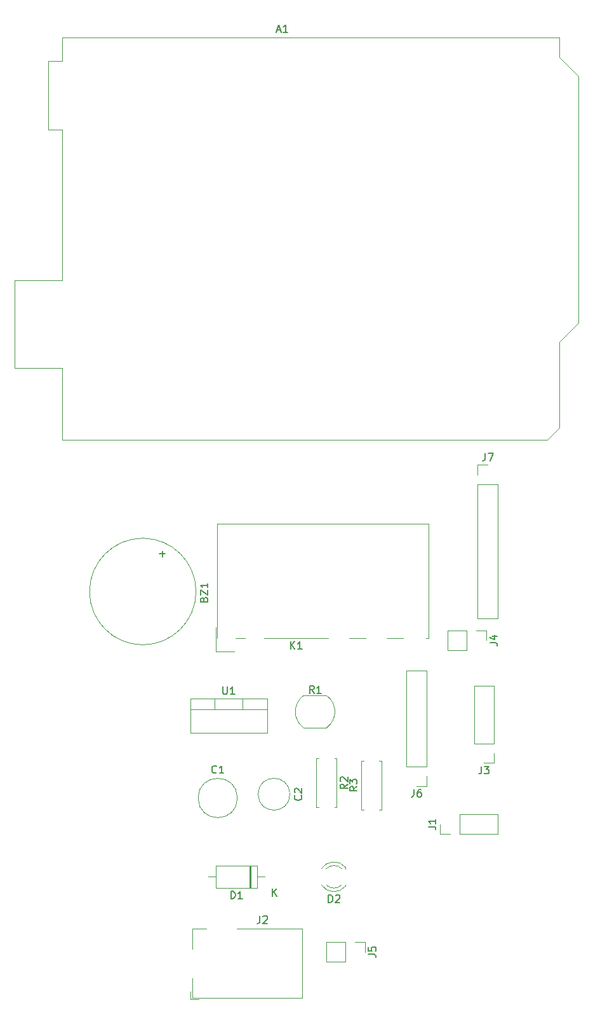
<source format=gbr>
%TF.GenerationSoftware,KiCad,Pcbnew,9.0.0*%
%TF.CreationDate,2025-04-01T10:30:40+05:30*%
%TF.ProjectId,Plant Monitoring System,506c616e-7420-44d6-9f6e-69746f72696e,rev?*%
%TF.SameCoordinates,Original*%
%TF.FileFunction,Legend,Top*%
%TF.FilePolarity,Positive*%
%FSLAX46Y46*%
G04 Gerber Fmt 4.6, Leading zero omitted, Abs format (unit mm)*
G04 Created by KiCad (PCBNEW 9.0.0) date 2025-04-01 10:30:40*
%MOMM*%
%LPD*%
G01*
G04 APERTURE LIST*
%ADD10C,0.150000*%
%ADD11C,0.120000*%
G04 APERTURE END LIST*
D10*
X135784819Y-139166666D02*
X135308628Y-139499999D01*
X135784819Y-139738094D02*
X134784819Y-139738094D01*
X134784819Y-139738094D02*
X134784819Y-139357142D01*
X134784819Y-139357142D02*
X134832438Y-139261904D01*
X134832438Y-139261904D02*
X134880057Y-139214285D01*
X134880057Y-139214285D02*
X134975295Y-139166666D01*
X134975295Y-139166666D02*
X135118152Y-139166666D01*
X135118152Y-139166666D02*
X135213390Y-139214285D01*
X135213390Y-139214285D02*
X135261009Y-139261904D01*
X135261009Y-139261904D02*
X135308628Y-139357142D01*
X135308628Y-139357142D02*
X135308628Y-139738094D01*
X134880057Y-138785713D02*
X134832438Y-138738094D01*
X134832438Y-138738094D02*
X134784819Y-138642856D01*
X134784819Y-138642856D02*
X134784819Y-138404761D01*
X134784819Y-138404761D02*
X134832438Y-138309523D01*
X134832438Y-138309523D02*
X134880057Y-138261904D01*
X134880057Y-138261904D02*
X134975295Y-138214285D01*
X134975295Y-138214285D02*
X135070533Y-138214285D01*
X135070533Y-138214285D02*
X135213390Y-138261904D01*
X135213390Y-138261904D02*
X135784819Y-138833332D01*
X135784819Y-138833332D02*
X135784819Y-138214285D01*
X128164405Y-121154819D02*
X128164405Y-120154819D01*
X128735833Y-121154819D02*
X128307262Y-120583390D01*
X128735833Y-120154819D02*
X128164405Y-120726247D01*
X129688214Y-121154819D02*
X129116786Y-121154819D01*
X129402500Y-121154819D02*
X129402500Y-120154819D01*
X129402500Y-120154819D02*
X129307262Y-120297676D01*
X129307262Y-120297676D02*
X129212024Y-120392914D01*
X129212024Y-120392914D02*
X129116786Y-120440533D01*
X124076666Y-156704819D02*
X124076666Y-157419104D01*
X124076666Y-157419104D02*
X124029047Y-157561961D01*
X124029047Y-157561961D02*
X123933809Y-157657200D01*
X123933809Y-157657200D02*
X123790952Y-157704819D01*
X123790952Y-157704819D02*
X123695714Y-157704819D01*
X124505238Y-156800057D02*
X124552857Y-156752438D01*
X124552857Y-156752438D02*
X124648095Y-156704819D01*
X124648095Y-156704819D02*
X124886190Y-156704819D01*
X124886190Y-156704819D02*
X124981428Y-156752438D01*
X124981428Y-156752438D02*
X125029047Y-156800057D01*
X125029047Y-156800057D02*
X125076666Y-156895295D01*
X125076666Y-156895295D02*
X125076666Y-156990533D01*
X125076666Y-156990533D02*
X125029047Y-157133390D01*
X125029047Y-157133390D02*
X124457619Y-157704819D01*
X124457619Y-157704819D02*
X125076666Y-157704819D01*
X129569580Y-140666666D02*
X129617200Y-140714285D01*
X129617200Y-140714285D02*
X129664819Y-140857142D01*
X129664819Y-140857142D02*
X129664819Y-140952380D01*
X129664819Y-140952380D02*
X129617200Y-141095237D01*
X129617200Y-141095237D02*
X129521961Y-141190475D01*
X129521961Y-141190475D02*
X129426723Y-141238094D01*
X129426723Y-141238094D02*
X129236247Y-141285713D01*
X129236247Y-141285713D02*
X129093390Y-141285713D01*
X129093390Y-141285713D02*
X128902914Y-141238094D01*
X128902914Y-141238094D02*
X128807676Y-141190475D01*
X128807676Y-141190475D02*
X128712438Y-141095237D01*
X128712438Y-141095237D02*
X128664819Y-140952380D01*
X128664819Y-140952380D02*
X128664819Y-140857142D01*
X128664819Y-140857142D02*
X128712438Y-140714285D01*
X128712438Y-140714285D02*
X128760057Y-140666666D01*
X128760057Y-140285713D02*
X128712438Y-140238094D01*
X128712438Y-140238094D02*
X128664819Y-140142856D01*
X128664819Y-140142856D02*
X128664819Y-139904761D01*
X128664819Y-139904761D02*
X128712438Y-139809523D01*
X128712438Y-139809523D02*
X128760057Y-139761904D01*
X128760057Y-139761904D02*
X128855295Y-139714285D01*
X128855295Y-139714285D02*
X128950533Y-139714285D01*
X128950533Y-139714285D02*
X129093390Y-139761904D01*
X129093390Y-139761904D02*
X129664819Y-140333332D01*
X129664819Y-140333332D02*
X129664819Y-139714285D01*
X137044819Y-139476666D02*
X136568628Y-139809999D01*
X137044819Y-140048094D02*
X136044819Y-140048094D01*
X136044819Y-140048094D02*
X136044819Y-139667142D01*
X136044819Y-139667142D02*
X136092438Y-139571904D01*
X136092438Y-139571904D02*
X136140057Y-139524285D01*
X136140057Y-139524285D02*
X136235295Y-139476666D01*
X136235295Y-139476666D02*
X136378152Y-139476666D01*
X136378152Y-139476666D02*
X136473390Y-139524285D01*
X136473390Y-139524285D02*
X136521009Y-139571904D01*
X136521009Y-139571904D02*
X136568628Y-139667142D01*
X136568628Y-139667142D02*
X136568628Y-140048094D01*
X136044819Y-139143332D02*
X136044819Y-138524285D01*
X136044819Y-138524285D02*
X136425771Y-138857618D01*
X136425771Y-138857618D02*
X136425771Y-138714761D01*
X136425771Y-138714761D02*
X136473390Y-138619523D01*
X136473390Y-138619523D02*
X136521009Y-138571904D01*
X136521009Y-138571904D02*
X136616247Y-138524285D01*
X136616247Y-138524285D02*
X136854342Y-138524285D01*
X136854342Y-138524285D02*
X136949580Y-138571904D01*
X136949580Y-138571904D02*
X136997200Y-138619523D01*
X136997200Y-138619523D02*
X137044819Y-138714761D01*
X137044819Y-138714761D02*
X137044819Y-139000475D01*
X137044819Y-139000475D02*
X136997200Y-139095713D01*
X136997200Y-139095713D02*
X136949580Y-139143332D01*
X126340714Y-38729104D02*
X126816904Y-38729104D01*
X126245476Y-39014819D02*
X126578809Y-38014819D01*
X126578809Y-38014819D02*
X126912142Y-39014819D01*
X127769285Y-39014819D02*
X127197857Y-39014819D01*
X127483571Y-39014819D02*
X127483571Y-38014819D01*
X127483571Y-38014819D02*
X127388333Y-38157676D01*
X127388333Y-38157676D02*
X127293095Y-38252914D01*
X127293095Y-38252914D02*
X127197857Y-38300533D01*
X133221905Y-154914819D02*
X133221905Y-153914819D01*
X133221905Y-153914819D02*
X133460000Y-153914819D01*
X133460000Y-153914819D02*
X133602857Y-153962438D01*
X133602857Y-153962438D02*
X133698095Y-154057676D01*
X133698095Y-154057676D02*
X133745714Y-154152914D01*
X133745714Y-154152914D02*
X133793333Y-154343390D01*
X133793333Y-154343390D02*
X133793333Y-154486247D01*
X133793333Y-154486247D02*
X133745714Y-154676723D01*
X133745714Y-154676723D02*
X133698095Y-154771961D01*
X133698095Y-154771961D02*
X133602857Y-154867200D01*
X133602857Y-154867200D02*
X133460000Y-154914819D01*
X133460000Y-154914819D02*
X133221905Y-154914819D01*
X134174286Y-154010057D02*
X134221905Y-153962438D01*
X134221905Y-153962438D02*
X134317143Y-153914819D01*
X134317143Y-153914819D02*
X134555238Y-153914819D01*
X134555238Y-153914819D02*
X134650476Y-153962438D01*
X134650476Y-153962438D02*
X134698095Y-154010057D01*
X134698095Y-154010057D02*
X134745714Y-154105295D01*
X134745714Y-154105295D02*
X134745714Y-154200533D01*
X134745714Y-154200533D02*
X134698095Y-154343390D01*
X134698095Y-154343390D02*
X134126667Y-154914819D01*
X134126667Y-154914819D02*
X134745714Y-154914819D01*
X118293333Y-137609580D02*
X118245714Y-137657200D01*
X118245714Y-137657200D02*
X118102857Y-137704819D01*
X118102857Y-137704819D02*
X118007619Y-137704819D01*
X118007619Y-137704819D02*
X117864762Y-137657200D01*
X117864762Y-137657200D02*
X117769524Y-137561961D01*
X117769524Y-137561961D02*
X117721905Y-137466723D01*
X117721905Y-137466723D02*
X117674286Y-137276247D01*
X117674286Y-137276247D02*
X117674286Y-137133390D01*
X117674286Y-137133390D02*
X117721905Y-136942914D01*
X117721905Y-136942914D02*
X117769524Y-136847676D01*
X117769524Y-136847676D02*
X117864762Y-136752438D01*
X117864762Y-136752438D02*
X118007619Y-136704819D01*
X118007619Y-136704819D02*
X118102857Y-136704819D01*
X118102857Y-136704819D02*
X118245714Y-136752438D01*
X118245714Y-136752438D02*
X118293333Y-136800057D01*
X119245714Y-137704819D02*
X118674286Y-137704819D01*
X118960000Y-137704819D02*
X118960000Y-136704819D01*
X118960000Y-136704819D02*
X118864762Y-136847676D01*
X118864762Y-136847676D02*
X118769524Y-136942914D01*
X118769524Y-136942914D02*
X118674286Y-136990533D01*
X131293333Y-127054819D02*
X130960000Y-126578628D01*
X130721905Y-127054819D02*
X130721905Y-126054819D01*
X130721905Y-126054819D02*
X131102857Y-126054819D01*
X131102857Y-126054819D02*
X131198095Y-126102438D01*
X131198095Y-126102438D02*
X131245714Y-126150057D01*
X131245714Y-126150057D02*
X131293333Y-126245295D01*
X131293333Y-126245295D02*
X131293333Y-126388152D01*
X131293333Y-126388152D02*
X131245714Y-126483390D01*
X131245714Y-126483390D02*
X131198095Y-126531009D01*
X131198095Y-126531009D02*
X131102857Y-126578628D01*
X131102857Y-126578628D02*
X130721905Y-126578628D01*
X132245714Y-127054819D02*
X131674286Y-127054819D01*
X131960000Y-127054819D02*
X131960000Y-126054819D01*
X131960000Y-126054819D02*
X131864762Y-126197676D01*
X131864762Y-126197676D02*
X131769524Y-126292914D01*
X131769524Y-126292914D02*
X131674286Y-126340533D01*
X153626666Y-136784819D02*
X153626666Y-137499104D01*
X153626666Y-137499104D02*
X153579047Y-137641961D01*
X153579047Y-137641961D02*
X153483809Y-137737200D01*
X153483809Y-137737200D02*
X153340952Y-137784819D01*
X153340952Y-137784819D02*
X153245714Y-137784819D01*
X154007619Y-136784819D02*
X154626666Y-136784819D01*
X154626666Y-136784819D02*
X154293333Y-137165771D01*
X154293333Y-137165771D02*
X154436190Y-137165771D01*
X154436190Y-137165771D02*
X154531428Y-137213390D01*
X154531428Y-137213390D02*
X154579047Y-137261009D01*
X154579047Y-137261009D02*
X154626666Y-137356247D01*
X154626666Y-137356247D02*
X154626666Y-137594342D01*
X154626666Y-137594342D02*
X154579047Y-137689580D01*
X154579047Y-137689580D02*
X154531428Y-137737200D01*
X154531428Y-137737200D02*
X154436190Y-137784819D01*
X154436190Y-137784819D02*
X154150476Y-137784819D01*
X154150476Y-137784819D02*
X154055238Y-137737200D01*
X154055238Y-137737200D02*
X154007619Y-137689580D01*
X144626666Y-139864819D02*
X144626666Y-140579104D01*
X144626666Y-140579104D02*
X144579047Y-140721961D01*
X144579047Y-140721961D02*
X144483809Y-140817200D01*
X144483809Y-140817200D02*
X144340952Y-140864819D01*
X144340952Y-140864819D02*
X144245714Y-140864819D01*
X145531428Y-139864819D02*
X145340952Y-139864819D01*
X145340952Y-139864819D02*
X145245714Y-139912438D01*
X145245714Y-139912438D02*
X145198095Y-139960057D01*
X145198095Y-139960057D02*
X145102857Y-140102914D01*
X145102857Y-140102914D02*
X145055238Y-140293390D01*
X145055238Y-140293390D02*
X145055238Y-140674342D01*
X145055238Y-140674342D02*
X145102857Y-140769580D01*
X145102857Y-140769580D02*
X145150476Y-140817200D01*
X145150476Y-140817200D02*
X145245714Y-140864819D01*
X145245714Y-140864819D02*
X145436190Y-140864819D01*
X145436190Y-140864819D02*
X145531428Y-140817200D01*
X145531428Y-140817200D02*
X145579047Y-140769580D01*
X145579047Y-140769580D02*
X145626666Y-140674342D01*
X145626666Y-140674342D02*
X145626666Y-140436247D01*
X145626666Y-140436247D02*
X145579047Y-140341009D01*
X145579047Y-140341009D02*
X145531428Y-140293390D01*
X145531428Y-140293390D02*
X145436190Y-140245771D01*
X145436190Y-140245771D02*
X145245714Y-140245771D01*
X145245714Y-140245771D02*
X145150476Y-140293390D01*
X145150476Y-140293390D02*
X145102857Y-140341009D01*
X145102857Y-140341009D02*
X145055238Y-140436247D01*
X146544819Y-144833333D02*
X147259104Y-144833333D01*
X147259104Y-144833333D02*
X147401961Y-144880952D01*
X147401961Y-144880952D02*
X147497200Y-144976190D01*
X147497200Y-144976190D02*
X147544819Y-145119047D01*
X147544819Y-145119047D02*
X147544819Y-145214285D01*
X147544819Y-143833333D02*
X147544819Y-144404761D01*
X147544819Y-144119047D02*
X146544819Y-144119047D01*
X146544819Y-144119047D02*
X146687676Y-144214285D01*
X146687676Y-144214285D02*
X146782914Y-144309523D01*
X146782914Y-144309523D02*
X146830533Y-144404761D01*
X119158095Y-126184819D02*
X119158095Y-126994342D01*
X119158095Y-126994342D02*
X119205714Y-127089580D01*
X119205714Y-127089580D02*
X119253333Y-127137200D01*
X119253333Y-127137200D02*
X119348571Y-127184819D01*
X119348571Y-127184819D02*
X119539047Y-127184819D01*
X119539047Y-127184819D02*
X119634285Y-127137200D01*
X119634285Y-127137200D02*
X119681904Y-127089580D01*
X119681904Y-127089580D02*
X119729523Y-126994342D01*
X119729523Y-126994342D02*
X119729523Y-126184819D01*
X120729523Y-127184819D02*
X120158095Y-127184819D01*
X120443809Y-127184819D02*
X120443809Y-126184819D01*
X120443809Y-126184819D02*
X120348571Y-126327676D01*
X120348571Y-126327676D02*
X120253333Y-126422914D01*
X120253333Y-126422914D02*
X120158095Y-126470533D01*
X154744819Y-120333333D02*
X155459104Y-120333333D01*
X155459104Y-120333333D02*
X155601961Y-120380952D01*
X155601961Y-120380952D02*
X155697200Y-120476190D01*
X155697200Y-120476190D02*
X155744819Y-120619047D01*
X155744819Y-120619047D02*
X155744819Y-120714285D01*
X155078152Y-119428571D02*
X155744819Y-119428571D01*
X154697200Y-119666666D02*
X155411485Y-119904761D01*
X155411485Y-119904761D02*
X155411485Y-119285714D01*
X154126666Y-95084819D02*
X154126666Y-95799104D01*
X154126666Y-95799104D02*
X154079047Y-95941961D01*
X154079047Y-95941961D02*
X153983809Y-96037200D01*
X153983809Y-96037200D02*
X153840952Y-96084819D01*
X153840952Y-96084819D02*
X153745714Y-96084819D01*
X154507619Y-95084819D02*
X155174285Y-95084819D01*
X155174285Y-95084819D02*
X154745714Y-96084819D01*
X116621009Y-114540952D02*
X116668628Y-114398095D01*
X116668628Y-114398095D02*
X116716247Y-114350476D01*
X116716247Y-114350476D02*
X116811485Y-114302857D01*
X116811485Y-114302857D02*
X116954342Y-114302857D01*
X116954342Y-114302857D02*
X117049580Y-114350476D01*
X117049580Y-114350476D02*
X117097200Y-114398095D01*
X117097200Y-114398095D02*
X117144819Y-114493333D01*
X117144819Y-114493333D02*
X117144819Y-114874285D01*
X117144819Y-114874285D02*
X116144819Y-114874285D01*
X116144819Y-114874285D02*
X116144819Y-114540952D01*
X116144819Y-114540952D02*
X116192438Y-114445714D01*
X116192438Y-114445714D02*
X116240057Y-114398095D01*
X116240057Y-114398095D02*
X116335295Y-114350476D01*
X116335295Y-114350476D02*
X116430533Y-114350476D01*
X116430533Y-114350476D02*
X116525771Y-114398095D01*
X116525771Y-114398095D02*
X116573390Y-114445714D01*
X116573390Y-114445714D02*
X116621009Y-114540952D01*
X116621009Y-114540952D02*
X116621009Y-114874285D01*
X116144819Y-113969523D02*
X116144819Y-113302857D01*
X116144819Y-113302857D02*
X117144819Y-113969523D01*
X117144819Y-113969523D02*
X117144819Y-113302857D01*
X117144819Y-112398095D02*
X117144819Y-112969523D01*
X117144819Y-112683809D02*
X116144819Y-112683809D01*
X116144819Y-112683809D02*
X116287676Y-112779047D01*
X116287676Y-112779047D02*
X116382914Y-112874285D01*
X116382914Y-112874285D02*
X116430533Y-112969523D01*
X111073866Y-108870951D02*
X111073866Y-108109047D01*
X111454819Y-108489999D02*
X110692914Y-108489999D01*
X138559819Y-161833333D02*
X139274104Y-161833333D01*
X139274104Y-161833333D02*
X139416961Y-161880952D01*
X139416961Y-161880952D02*
X139512200Y-161976190D01*
X139512200Y-161976190D02*
X139559819Y-162119047D01*
X139559819Y-162119047D02*
X139559819Y-162214285D01*
X138559819Y-160880952D02*
X138559819Y-161357142D01*
X138559819Y-161357142D02*
X139036009Y-161404761D01*
X139036009Y-161404761D02*
X138988390Y-161357142D01*
X138988390Y-161357142D02*
X138940771Y-161261904D01*
X138940771Y-161261904D02*
X138940771Y-161023809D01*
X138940771Y-161023809D02*
X138988390Y-160928571D01*
X138988390Y-160928571D02*
X139036009Y-160880952D01*
X139036009Y-160880952D02*
X139131247Y-160833333D01*
X139131247Y-160833333D02*
X139369342Y-160833333D01*
X139369342Y-160833333D02*
X139464580Y-160880952D01*
X139464580Y-160880952D02*
X139512200Y-160928571D01*
X139512200Y-160928571D02*
X139559819Y-161023809D01*
X139559819Y-161023809D02*
X139559819Y-161261904D01*
X139559819Y-161261904D02*
X139512200Y-161357142D01*
X139512200Y-161357142D02*
X139464580Y-161404761D01*
X120221905Y-154424819D02*
X120221905Y-153424819D01*
X120221905Y-153424819D02*
X120460000Y-153424819D01*
X120460000Y-153424819D02*
X120602857Y-153472438D01*
X120602857Y-153472438D02*
X120698095Y-153567676D01*
X120698095Y-153567676D02*
X120745714Y-153662914D01*
X120745714Y-153662914D02*
X120793333Y-153853390D01*
X120793333Y-153853390D02*
X120793333Y-153996247D01*
X120793333Y-153996247D02*
X120745714Y-154186723D01*
X120745714Y-154186723D02*
X120698095Y-154281961D01*
X120698095Y-154281961D02*
X120602857Y-154377200D01*
X120602857Y-154377200D02*
X120460000Y-154424819D01*
X120460000Y-154424819D02*
X120221905Y-154424819D01*
X121745714Y-154424819D02*
X121174286Y-154424819D01*
X121460000Y-154424819D02*
X121460000Y-153424819D01*
X121460000Y-153424819D02*
X121364762Y-153567676D01*
X121364762Y-153567676D02*
X121269524Y-153662914D01*
X121269524Y-153662914D02*
X121174286Y-153710533D01*
X125778095Y-154054819D02*
X125778095Y-153054819D01*
X126349523Y-154054819D02*
X125920952Y-153483390D01*
X126349523Y-153054819D02*
X125778095Y-153626247D01*
D11*
%TO.C,R2*%
X131590000Y-135730000D02*
X131590000Y-142270000D01*
X131590000Y-142270000D02*
X131920000Y-142270000D01*
X131920000Y-135730000D02*
X131590000Y-135730000D01*
X134000000Y-135730000D02*
X134330000Y-135730000D01*
X134330000Y-135730000D02*
X134330000Y-142270000D01*
X134330000Y-142270000D02*
X134000000Y-142270000D01*
%TO.C,K1*%
X118202500Y-118300000D02*
X118202500Y-121500000D01*
X118202500Y-121500000D02*
X120702500Y-121500000D01*
X118402500Y-104500000D02*
X146602500Y-104500000D01*
X118402500Y-119700000D02*
X118402500Y-104500000D01*
X122102500Y-119700000D02*
X120802500Y-119700000D01*
X133202500Y-119700000D02*
X124602500Y-119700000D01*
X138202500Y-119700000D02*
X136002500Y-119700000D01*
X143202500Y-119700000D02*
X141002500Y-119700000D01*
X146602500Y-104500000D02*
X146602500Y-119700000D01*
X146602500Y-119700000D02*
X146202500Y-119700000D01*
%TO.C,J2*%
X114860000Y-166750000D02*
X114860000Y-167800000D01*
X115060000Y-158400000D02*
X116960000Y-158400000D01*
X115060000Y-161100000D02*
X115060000Y-158400000D01*
X115060000Y-167600000D02*
X115060000Y-165000000D01*
X115910000Y-167800000D02*
X114860000Y-167800000D01*
X120960000Y-158400000D02*
X129760000Y-158400000D01*
X129760000Y-158400000D02*
X129760000Y-167600000D01*
X129760000Y-167600000D02*
X115060000Y-167600000D01*
%TO.C,C2*%
X128080000Y-140500000D02*
G75*
G02*
X123840000Y-140500000I-2120000J0D01*
G01*
X123840000Y-140500000D02*
G75*
G02*
X128080000Y-140500000I2120000J0D01*
G01*
%TO.C,R3*%
X137590000Y-136040000D02*
X137920000Y-136040000D01*
X137590000Y-142580000D02*
X137590000Y-136040000D01*
X137920000Y-142580000D02*
X137590000Y-142580000D01*
X140000000Y-142580000D02*
X140330000Y-142580000D01*
X140330000Y-136040000D02*
X140000000Y-136040000D01*
X140330000Y-142580000D02*
X140330000Y-136040000D01*
%TO.C,A1*%
X91365000Y-72090000D02*
X91365000Y-83770000D01*
X91365000Y-83770000D02*
X97715000Y-83770000D01*
X95815000Y-42880000D02*
X95815000Y-52020000D01*
X95815000Y-52020000D02*
X97715000Y-52020000D01*
X97715000Y-39700000D02*
X97715000Y-42880000D01*
X97715000Y-42880000D02*
X95815000Y-42880000D01*
X97715000Y-52020000D02*
X97715000Y-72090000D01*
X97715000Y-72090000D02*
X91365000Y-72090000D01*
X97715000Y-83770000D02*
X97715000Y-93300000D01*
X97715000Y-93300000D02*
X162365000Y-93300000D01*
X162365000Y-93300000D02*
X164015000Y-91650000D01*
X164015000Y-39700000D02*
X97715000Y-39700000D01*
X164015000Y-42370000D02*
X164015000Y-39700000D01*
X164015000Y-80220000D02*
X166555000Y-77680000D01*
X164015000Y-91650000D02*
X164015000Y-80220000D01*
X166555000Y-44910000D02*
X164015000Y-42370000D01*
X166555000Y-77680000D02*
X166555000Y-44910000D01*
%TO.C,D2*%
X135520000Y-150420000D02*
X135520000Y-150264000D01*
X135520000Y-152736000D02*
X135520000Y-152580000D01*
X132288603Y-150419939D02*
G75*
G02*
X135520000Y-150264484I1671397J-1080061D01*
G01*
X132919090Y-150419951D02*
G75*
G02*
X135000961Y-150420000I1040910J-1080049D01*
G01*
X135000961Y-152580000D02*
G75*
G02*
X132919090Y-152580049I-1040961J1080000D01*
G01*
X135520000Y-152735516D02*
G75*
G02*
X132288603Y-152580061I-1560000J1235516D01*
G01*
%TO.C,C1*%
X121080000Y-141000000D02*
G75*
G02*
X115840000Y-141000000I-2620000J0D01*
G01*
X115840000Y-141000000D02*
G75*
G02*
X121080000Y-141000000I2620000J0D01*
G01*
%TO.C,R1*%
X129910000Y-127350000D02*
X132960000Y-127350000D01*
X129910000Y-131650000D02*
X132960000Y-131650000D01*
X129910000Y-131650000D02*
G75*
G02*
X129931766Y-127334475I1550000J2150000D01*
G01*
X132960000Y-127350000D02*
G75*
G02*
X133004513Y-131618249I-1500000J-2150000D01*
G01*
%TO.C,J3*%
X152630000Y-133730000D02*
X152630000Y-126050000D01*
X155290000Y-126050000D02*
X152630000Y-126050000D01*
X155290000Y-133730000D02*
X152630000Y-133730000D01*
X155290000Y-133730000D02*
X155290000Y-126050000D01*
X155290000Y-135000000D02*
X155290000Y-136330000D01*
X155290000Y-136330000D02*
X153960000Y-136330000D01*
%TO.C,J6*%
X143630000Y-136810000D02*
X143630000Y-124050000D01*
X146290000Y-124050000D02*
X143630000Y-124050000D01*
X146290000Y-136810000D02*
X143630000Y-136810000D01*
X146290000Y-136810000D02*
X146290000Y-124050000D01*
X146290000Y-138080000D02*
X146290000Y-139410000D01*
X146290000Y-139410000D02*
X144960000Y-139410000D01*
%TO.C,J1*%
X148090000Y-145830000D02*
X148090000Y-144500000D01*
X149420000Y-145830000D02*
X148090000Y-145830000D01*
X150690000Y-143170000D02*
X155830000Y-143170000D01*
X150690000Y-145830000D02*
X150690000Y-143170000D01*
X150690000Y-145830000D02*
X155830000Y-145830000D01*
X155830000Y-145830000D02*
X155830000Y-143170000D01*
%TO.C,U1*%
X114800000Y-127730000D02*
X114800000Y-132371000D01*
X114800000Y-127730000D02*
X125040000Y-127730000D01*
X114800000Y-129240000D02*
X125040000Y-129240000D01*
X114800000Y-132371000D02*
X125040000Y-132371000D01*
X118070000Y-127730000D02*
X118070000Y-129240000D01*
X121771000Y-127730000D02*
X121771000Y-129240000D01*
X125040000Y-127730000D02*
X125040000Y-132371000D01*
%TO.C,J4*%
X149090000Y-118670000D02*
X149090000Y-121330000D01*
X151690000Y-118670000D02*
X149090000Y-118670000D01*
X151690000Y-118670000D02*
X151690000Y-121330000D01*
X151690000Y-121330000D02*
X149090000Y-121330000D01*
X152960000Y-118670000D02*
X154290000Y-118670000D01*
X154290000Y-118670000D02*
X154290000Y-120000000D01*
%TO.C,J7*%
X153130000Y-96630000D02*
X154460000Y-96630000D01*
X153130000Y-97960000D02*
X153130000Y-96630000D01*
X153130000Y-99230000D02*
X153130000Y-117070000D01*
X153130000Y-99230000D02*
X155790000Y-99230000D01*
X153130000Y-117070000D02*
X155790000Y-117070000D01*
X155790000Y-99230000D02*
X155790000Y-117070000D01*
%TO.C,BZ1*%
X115560000Y-113500000D02*
G75*
G02*
X101360000Y-113500000I-7100000J0D01*
G01*
X101360000Y-113500000D02*
G75*
G02*
X115560000Y-113500000I7100000J0D01*
G01*
%TO.C,J5*%
X132905000Y-160170000D02*
X132905000Y-162830000D01*
X135505000Y-160170000D02*
X132905000Y-160170000D01*
X135505000Y-160170000D02*
X135505000Y-162830000D01*
X135505000Y-162830000D02*
X132905000Y-162830000D01*
X136775000Y-160170000D02*
X138105000Y-160170000D01*
X138105000Y-160170000D02*
X138105000Y-161500000D01*
%TO.C,D1*%
X117220000Y-151500000D02*
X118240000Y-151500000D01*
X118240000Y-150030000D02*
X118240000Y-152970000D01*
X118240000Y-152970000D02*
X123680000Y-152970000D01*
X122660000Y-152970000D02*
X122660000Y-150030000D01*
X122780000Y-152970000D02*
X122780000Y-150030000D01*
X122900000Y-152970000D02*
X122900000Y-150030000D01*
X123680000Y-150030000D02*
X118240000Y-150030000D01*
X123680000Y-152970000D02*
X123680000Y-150030000D01*
X124700000Y-151500000D02*
X123680000Y-151500000D01*
%TD*%
M02*

</source>
